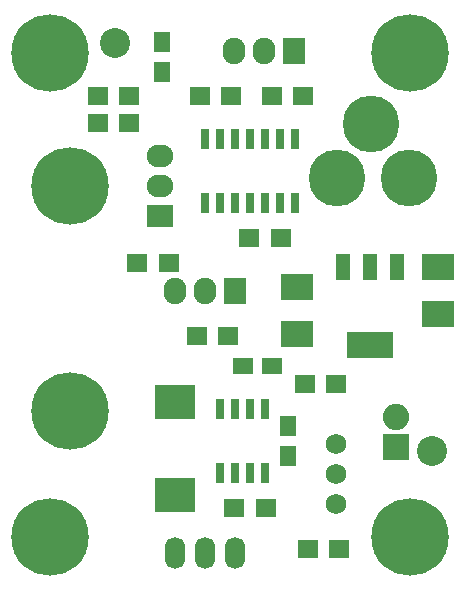
<source format=gts>
G04 #@! TF.FileFunction,Soldermask,Top*
%FSLAX46Y46*%
G04 Gerber Fmt 4.6, Leading zero omitted, Abs format (unit mm)*
G04 Created by KiCad (PCBNEW 4.0.1-stable) date 3/13/2016 3:13:32 PM*
%MOMM*%
G01*
G04 APERTURE LIST*
%ADD10C,0.150000*%
%ADD11C,4.803200*%
%ADD12C,6.553200*%
%ADD13R,2.235200X1.930400*%
%ADD14O,2.235200X1.930400*%
%ADD15R,1.930400X2.235200*%
%ADD16O,1.930400X2.235200*%
%ADD17R,0.803200X1.703200*%
%ADD18O,1.704340X2.702560*%
%ADD19R,1.703200X1.503200*%
%ADD20R,3.403200X2.903200*%
%ADD21R,0.803200X1.753200*%
%ADD22R,2.703200X2.203200*%
%ADD23R,1.453200X1.703200*%
%ADD24R,1.703200X1.453200*%
%ADD25C,2.540000*%
%ADD26R,3.860800X2.235200*%
%ADD27R,1.219200X2.235200*%
%ADD28R,2.235200X2.235200*%
%ADD29O,2.235200X2.235200*%
%ADD30C,1.727200*%
G04 APERTURE END LIST*
D10*
D11*
X34417000Y-14605000D03*
X28317000Y-14605000D03*
X31217000Y-10005000D03*
D12*
X4000000Y-4000000D03*
X4000000Y-45000000D03*
X34500000Y-4000000D03*
X34500000Y-45000000D03*
D13*
X13335000Y-17780000D03*
D14*
X13335000Y-15240000D03*
X13335000Y-12700000D03*
D15*
X24638000Y-3810000D03*
D16*
X22098000Y-3810000D03*
X19558000Y-3810000D03*
D17*
X24765000Y-11270000D03*
X23495000Y-11270000D03*
X22225000Y-11270000D03*
X20955000Y-11270000D03*
X19685000Y-11270000D03*
X18415000Y-11270000D03*
X17145000Y-11270000D03*
X17145000Y-16670000D03*
X18415000Y-16670000D03*
X19685000Y-16670000D03*
X20955000Y-16670000D03*
X22225000Y-16670000D03*
X23495000Y-16670000D03*
X24765000Y-16670000D03*
D18*
X17145000Y-46355000D03*
X19685000Y-46355000D03*
X14605000Y-46355000D03*
D19*
X19605000Y-42545000D03*
X22305000Y-42545000D03*
X16430000Y-27940000D03*
X19130000Y-27940000D03*
D20*
X14605000Y-33515000D03*
X14605000Y-41415000D03*
D19*
X28274000Y-32004000D03*
X25574000Y-32004000D03*
X28528000Y-45974000D03*
X25828000Y-45974000D03*
D21*
X22225000Y-34130000D03*
X20955000Y-34130000D03*
X19685000Y-34130000D03*
X18415000Y-34130000D03*
X18415000Y-39530000D03*
X19685000Y-39530000D03*
X20955000Y-39530000D03*
X22225000Y-39530000D03*
D19*
X19384000Y-7620000D03*
X16684000Y-7620000D03*
X22780000Y-7620000D03*
X25480000Y-7620000D03*
D22*
X24892000Y-23781000D03*
X24892000Y-27781000D03*
D23*
X24130000Y-38080000D03*
X24130000Y-35580000D03*
X13462000Y-3068000D03*
X13462000Y-5568000D03*
D22*
X36830000Y-22130000D03*
X36830000Y-26130000D03*
D19*
X23575000Y-19685000D03*
X20875000Y-19685000D03*
D24*
X22840000Y-30480000D03*
X20340000Y-30480000D03*
D25*
X36322000Y-37719000D03*
X9525000Y-3175000D03*
D26*
X31115000Y-28702000D03*
D27*
X31115000Y-22098000D03*
X28829000Y-22098000D03*
X33401000Y-22098000D03*
D15*
X19685000Y-24130000D03*
D16*
X17145000Y-24130000D03*
X14605000Y-24130000D03*
D12*
X5715000Y-15240000D03*
X5715000Y-34290000D03*
D19*
X10748000Y-9906000D03*
X8048000Y-9906000D03*
X8048000Y-7620000D03*
X10748000Y-7620000D03*
X11400000Y-21750000D03*
X14100000Y-21750000D03*
D28*
X33274000Y-37338000D03*
D29*
X33274000Y-34798000D03*
D30*
X28194000Y-39624000D03*
X28194000Y-37084000D03*
X28194000Y-42164000D03*
M02*

</source>
